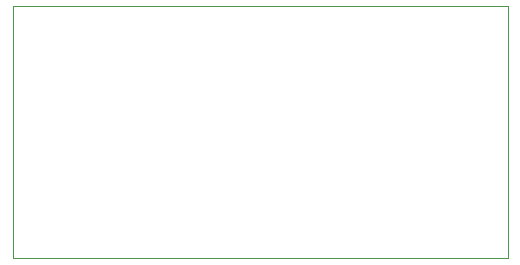
<source format=gbr>
%TF.GenerationSoftware,KiCad,Pcbnew,9.0.0-rc1-104-g6c47f32ccf*%
%TF.CreationDate,2025-01-02T15:12:59+01:00*%
%TF.ProjectId,breakoutpcbs,62726561-6b6f-4757-9470-6362732e6b69,rev?*%
%TF.SameCoordinates,PX6d3f490PY6676f50*%
%TF.FileFunction,Profile,NP*%
%FSLAX46Y46*%
G04 Gerber Fmt 4.6, Leading zero omitted, Abs format (unit mm)*
G04 Created by KiCad (PCBNEW 9.0.0-rc1-104-g6c47f32ccf) date 2025-01-02 15:12:59*
%MOMM*%
%LPD*%
G01*
G04 APERTURE LIST*
%TA.AperFunction,Profile*%
%ADD10C,0.050000*%
%TD*%
G04 APERTURE END LIST*
D10*
X0Y21336000D02*
X41910000Y21336000D01*
X41910000Y0D01*
X0Y0D01*
X0Y21336000D01*
M02*

</source>
